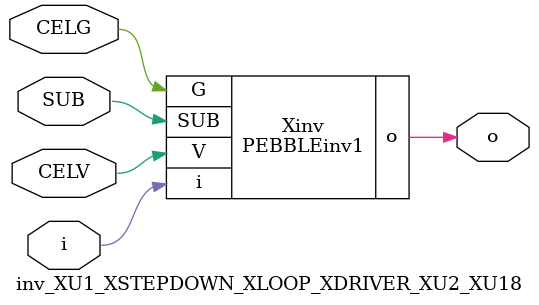
<source format=v>



module PEBBLEinv1 ( o, G, SUB, V, i );

  input V;
  input i;
  input G;
  output o;
  input SUB;
endmodule

//Celera Confidential Do Not Copy inv_XU1_XSTEPDOWN_XLOOP_XDRIVER_XU2_XU18
//Celera Confidential Symbol Generator
//5V Inverter
module inv_XU1_XSTEPDOWN_XLOOP_XDRIVER_XU2_XU18 (CELV,CELG,i,o,SUB);
input CELV;
input CELG;
input i;
input SUB;
output o;

//Celera Confidential Do Not Copy inv
PEBBLEinv1 Xinv(
.V (CELV),
.i (i),
.o (o),
.SUB (SUB),
.G (CELG)
);
//,diesize,PEBBLEinv1

//Celera Confidential Do Not Copy Module End
//Celera Schematic Generator
endmodule

</source>
